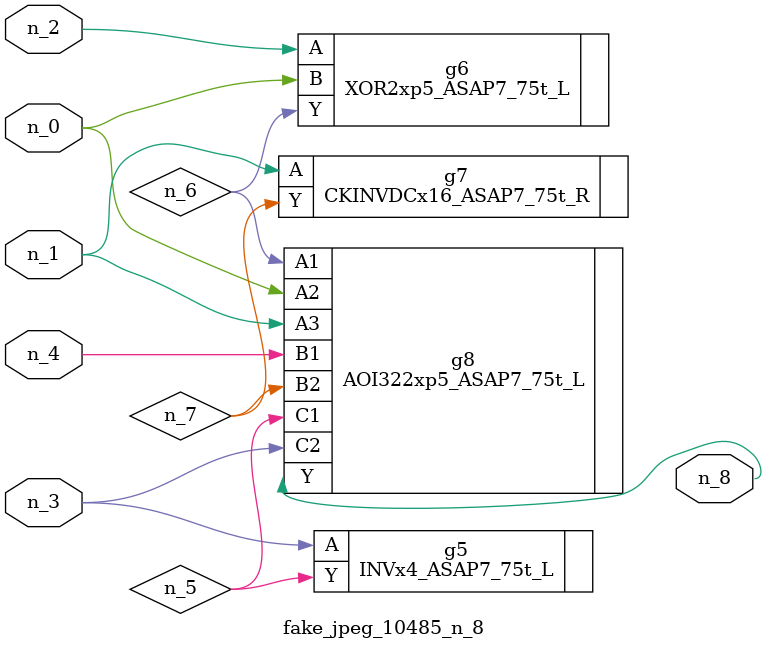
<source format=v>
module fake_jpeg_10485_n_8 (n_3, n_2, n_1, n_0, n_4, n_8);

input n_3;
input n_2;
input n_1;
input n_0;
input n_4;

output n_8;

wire n_6;
wire n_5;
wire n_7;

INVx4_ASAP7_75t_L g5 ( 
.A(n_3),
.Y(n_5)
);

XOR2xp5_ASAP7_75t_L g6 ( 
.A(n_2),
.B(n_0),
.Y(n_6)
);

CKINVDCx16_ASAP7_75t_R g7 ( 
.A(n_1),
.Y(n_7)
);

AOI322xp5_ASAP7_75t_L g8 ( 
.A1(n_6),
.A2(n_0),
.A3(n_1),
.B1(n_4),
.B2(n_7),
.C1(n_5),
.C2(n_3),
.Y(n_8)
);


endmodule
</source>
